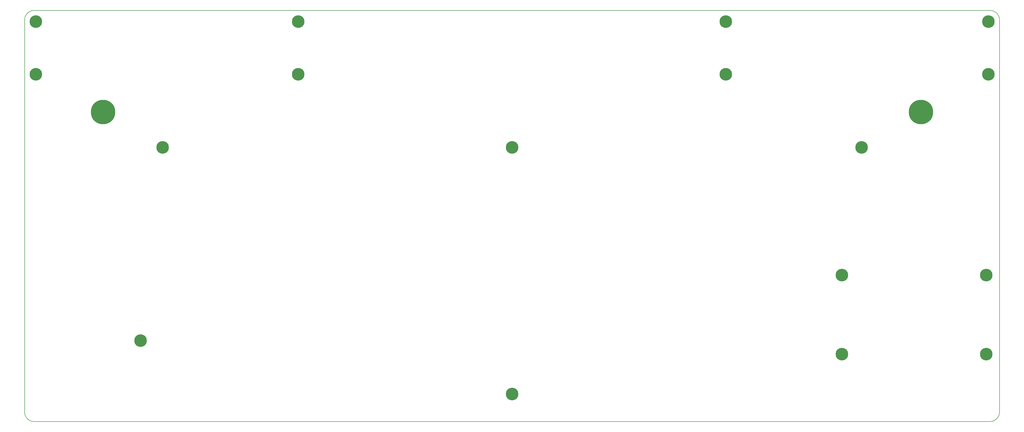
<source format=gbr>
G04 #@! TF.GenerationSoftware,KiCad,Pcbnew,(6.0.6)*
G04 #@! TF.CreationDate,2022-07-11T22:08:04-07:00*
G04 #@! TF.ProjectId,mysterium-bottom,6d797374-6572-4697-956d-2d626f74746f,rev?*
G04 #@! TF.SameCoordinates,Original*
G04 #@! TF.FileFunction,Soldermask,Bot*
G04 #@! TF.FilePolarity,Negative*
%FSLAX46Y46*%
G04 Gerber Fmt 4.6, Leading zero omitted, Abs format (unit mm)*
G04 Created by KiCad (PCBNEW (6.0.6)) date 2022-07-11 22:08:04*
%MOMM*%
%LPD*%
G01*
G04 APERTURE LIST*
G04 #@! TA.AperFunction,Profile*
%ADD10C,0.150000*%
G04 #@! TD*
%ADD11C,4.502000*%
%ADD12C,8.702000*%
G04 APERTURE END LIST*
D10*
X39854660Y-60863401D02*
G75*
G03*
X36550601Y-64173459I3000J-3307059D01*
G01*
X384213099Y-64167460D02*
G75*
G03*
X380903041Y-60863401I-3307099J-3040D01*
G01*
X380909040Y-207479899D02*
G75*
G03*
X384213099Y-204169841I-3040J3307099D01*
G01*
X384213100Y-64167460D02*
X384213099Y-204169841D01*
X36550600Y-204175840D02*
X36550601Y-64173459D01*
X36550601Y-204175840D02*
G75*
G03*
X39860659Y-207479899I3307059J3000D01*
G01*
X380909040Y-207479900D02*
X39860659Y-207479899D01*
X39854660Y-60863400D02*
X380903041Y-60863400D01*
X39854660Y-60863401D02*
G75*
G03*
X36550601Y-64173459I3000J-3307059D01*
G01*
X384213099Y-64167460D02*
G75*
G03*
X380903041Y-60863401I-3307099J-3040D01*
G01*
X380909040Y-207479899D02*
G75*
G03*
X384213099Y-204169841I-3040J3307099D01*
G01*
X384213100Y-64167460D02*
X384213099Y-204169841D01*
X36550600Y-204175840D02*
X36550601Y-64173459D01*
X36550601Y-204175840D02*
G75*
G03*
X39860659Y-207479899I3307059J3000D01*
G01*
X380909040Y-207479900D02*
X39860659Y-207479899D01*
X39854660Y-60863400D02*
X380903041Y-60863400D01*
D11*
X40550600Y-64863400D03*
X40550600Y-83613400D03*
X380213100Y-83613400D03*
X380213100Y-64863400D03*
X134137400Y-64863400D03*
X210419351Y-109702600D03*
X210419351Y-197713600D03*
X335000600Y-109702600D03*
X85763100Y-109702600D03*
X77901800Y-178587400D03*
X327986788Y-155219400D03*
X379523512Y-155219400D03*
X327986788Y-183454800D03*
X379523512Y-183454800D03*
X286626300Y-64863400D03*
X134137400Y-83613400D03*
X286626300Y-83613400D03*
D12*
X64550600Y-97053400D03*
X356213100Y-97053400D03*
M02*

</source>
